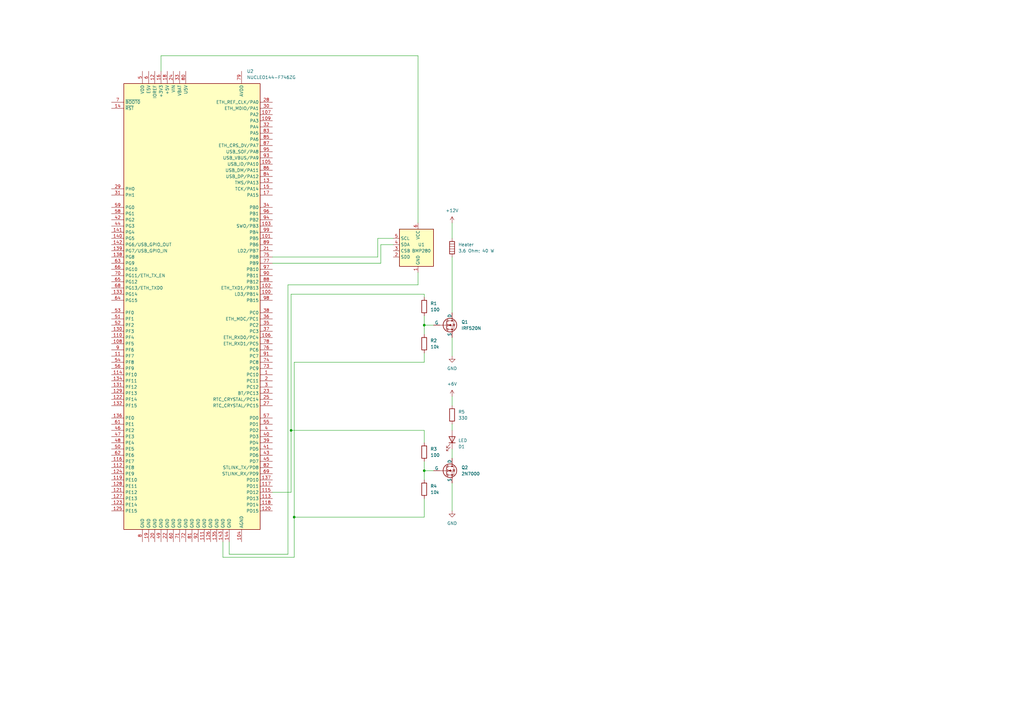
<source format=kicad_sch>
(kicad_sch (version 20230121) (generator eeschema)
  (paper "A3")
  (lib_symbols
    (symbol "Device:Heater" (pin_numbers hide) (pin_names (offset 0))
      (property "Reference" "R" (at 2.032 0 90))
      (property "Value" "Heater" (at -2.032 0 90))
      (symbol "Heater_0_1"
        (rectangle (start -1.016 -2.54) (end 1.016 2.54) (stroke (width 0.254)))
        (polyline (pts (xy -1.016 1.524) (xy 1.016 1.524)))
        (polyline (pts (xy 1.016 -1.524) (xy -1.016 -1.524)))
        (polyline (pts (xy 1.016 -0.508) (xy -1.016 -0.508)))
        (polyline (pts (xy 1.016 0.508) (xy -1.016 0.508)))
      )
      (symbol "Heater_1_1"
        (pin passive line (at 0 3.81 270) (length 1.27) (name "~") (number "1"))
        (pin passive line (at 0 -3.81 90) (length 1.27) (name "~") (number "2"))
      )
    )
    (symbol "Device:LED" (pin_numbers hide) (pin_names (offset 1.016) hide)
      (property "Reference" "D" (at 0 2.54 0))
      (property "Value" "LED" (at 0 -2.54 0))
      (symbol "LED_0_1"
        (polyline (pts (xy -1.27 -1.27) (xy -1.27 1.27)) (stroke (width 0.254)))
        (polyline (pts (xy -1.27 0) (xy 1.27 0)))
        (polyline (pts (xy 1.27 -1.27) (xy 1.27 1.27) (xy -1.27 0) (xy 1.27 -1.27)) (stroke (width 0.254)))
        (polyline (pts (xy -3.048 -0.762) (xy -4.572 -2.286) (xy -3.81 -2.286) (xy -4.572 -2.286) (xy -4.572 -1.524)))
        (polyline (pts (xy -1.778 -0.762) (xy -3.302 -2.286) (xy -2.54 -2.286) (xy -3.302 -2.286) (xy -3.302 -1.524)))
      )
      (symbol "LED_1_1"
        (pin passive line (at -3.81 0 0) (length 2.54) (name "K") (number "1"))
        (pin passive line (at 3.81 0 180) (length 2.54) (name "A") (number "2"))
      )
    )
    (symbol "Device:R" (pin_numbers hide) (pin_names (offset 0))
      (property "Reference" "R" (at 2.032 0 90))
      (property "Value" "R" (at 0 0 90))
      (symbol "R_0_1"
        (rectangle (start -1.016 -2.54) (end 1.016 2.54) (stroke (width 0.254)))
      )
      (symbol "R_1_1"
        (pin passive line (at 0 3.81 270) (length 1.27) (name "~") (number "1"))
        (pin passive line (at 0 -3.81 90) (length 1.27) (name "~") (number "2"))
      )
    )
    (symbol "MCU_Module:NUCLEO144-F746ZG"
      (property "Reference" "U" (at -22.86 94.615 0))
      (property "Value" "NUCLEO144-F746ZG" (at -22.86 92.71 0))
      (symbol "NUCLEO144-F746ZG_0_1"
        (rectangle (start -27.94 -91.44) (end 27.94 91.44) (stroke (width 0.254)) (fill (type background)))
      )
      (symbol "NUCLEO144-F746ZG_1_1"
        (pin bidirectional line (at 33.02 -27.94 180) (length 5.08) (name "PC10") (number "1"))
        (pin no_connect line (at -27.94 55.88 0) (length 5.08) hide (name "NC") (number "10"))
        (pin bidirectional line (at 33.02 5.08 180) (length 5.08) (name "LD3/PB14") (number "100"))
        (pin bidirectional line (at 33.02 27.94 180) (length 5.08) (name "PB5") (number "101"))
        (pin bidirectional line (at 33.02 7.62 180) (length 5.08) (name "ETH_TXD1/PB13") (number "102"))
        (pin bidirectional line (at 33.02 33.02 180) (length 5.08) (name "SWO/PB3") (number "103"))
        (pin power_in line (at 20.32 -96.52 90) (length 5.08) (name "AGND") (number "104"))
        (pin bidirectional line (at 33.02 58.42 180) (length 5.08) (name "USB_ID/PA10") (number "105"))
        (pin bidirectional line (at 33.02 -12.7 180) (length 5.08) (name "ETH_RXD0/PC4") (number "106"))
        (pin bidirectional line (at 33.02 78.74 180) (length 5.08) (name "PA2") (number "107"))
        (pin bidirectional line (at -33.02 -15.24 0) (length 5.08) (name "PF5") (number "108"))
        (pin bidirectional line (at 33.02 76.2 180) (length 5.08) (name "PA3") (number "109"))
        (pin bidirectional line (at -33.02 -20.32 0) (length 5.08) (name "PF7") (number "11"))
        (pin bidirectional line (at -33.02 -12.7 0) (length 5.08) (name "PF4") (number "110"))
        (pin power_in line (at 5.08 -96.52 90) (length 5.08) (name "GND") (number "111"))
        (pin bidirectional line (at -33.02 -66.04 0) (length 5.08) (name "PE8") (number "112"))
        (pin bidirectional line (at 33.02 -78.74 180) (length 5.08) (name "PD13") (number "113"))
        (pin bidirectional line (at -33.02 -27.94 0) (length 5.08) (name "PF10") (number "114"))
        (pin bidirectional line (at 33.02 -76.2 180) (length 5.08) (name "PD12") (number "115"))
        (pin bidirectional line (at -33.02 -63.5 0) (length 5.08) (name "PE7") (number "116"))
        (pin bidirectional line (at 33.02 -73.66 180) (length 5.08) (name "PD11") (number "117"))
        (pin bidirectional line (at 33.02 -81.28 180) (length 5.08) (name "PD14") (number "118"))
        (pin bidirectional line (at -33.02 -71.12 0) (length 5.08) (name "PE10") (number "119"))
        (pin power_in line (at -15.24 96.52 270) (length 5.08) (name "IOREF") (number "12"))
        (pin bidirectional line (at 33.02 -83.82 180) (length 5.08) (name "PD15") (number "120"))
        (pin bidirectional line (at -33.02 -76.2 0) (length 5.08) (name "PE12") (number "121"))
        (pin bidirectional line (at -33.02 -38.1 0) (length 5.08) (name "PF14") (number "122"))
        (pin bidirectional line (at -33.02 -81.28 0) (length 5.08) (name "PE14") (number "123"))
        (pin bidirectional line (at -33.02 -68.58 0) (length 5.08) (name "PE9") (number "124"))
        (pin bidirectional line (at -33.02 -83.82 0) (length 5.08) (name "PE15") (number "125"))
        (pin power_in line (at 7.62 -96.52 90) (length 5.08) (name "GND") (number "126"))
        (pin bidirectional line (at -33.02 -78.74 0) (length 5.08) (name "PE13") (number "127"))
        (pin bidirectional line (at -33.02 -73.66 0) (length 5.08) (name "PE11") (number "128"))
        (pin bidirectional line (at -33.02 -35.56 0) (length 5.08) (name "PF13") (number "129"))
        (pin bidirectional line (at 33.02 50.8 180) (length 5.08) (name "TMS/PA13") (number "13"))
        (pin bidirectional line (at -33.02 -10.16 0) (length 5.08) (name "PF3") (number "130"))
        (pin bidirectional line (at -33.02 -33.02 0) (length 5.08) (name "PF12") (number "131"))
        (pin bidirectional line (at -33.02 -40.64 0) (length 5.08) (name "PF15") (number "132"))
        (pin bidirectional line (at -33.02 5.08 0) (length 5.08) (name "PG14") (number "133"))
        (pin bidirectional line (at -33.02 -30.48 0) (length 5.08) (name "PF11") (number "134"))
        (pin power_in line (at 10.16 -96.52 90) (length 5.08) (name "GND") (number "135"))
        (pin bidirectional line (at -33.02 -45.72 0) (length 5.08) (name "PE0") (number "136"))
        (pin bidirectional line (at 33.02 -71.12 180) (length 5.08) (name "PD10") (number "137"))
        (pin bidirectional line (at -33.02 20.32 0) (length 5.08) (name "PG8") (number "138"))
        (pin bidirectional line (at -33.02 22.86 0) (length 5.08) (name "PG7/USB_GPIO_IN") (number "139"))
        (pin input line (at -33.02 81.28 0) (length 5.08) (name "~{RST}") (number "14"))
        (pin bidirectional line (at -33.02 27.94 0) (length 5.08) (name "PG5") (number "140"))
        (pin bidirectional line (at -33.02 30.48 0) (length 5.08) (name "PG4") (number "141"))
        (pin bidirectional line (at -33.02 25.4 0) (length 5.08) (name "PG6/USB_GPIO_OUT") (number "142"))
        (pin power_in line (at 12.7 -96.52 90) (length 5.08) (name "GND") (number "143"))
        (pin power_in line (at 15.24 -96.52 90) (length 5.08) (name "GND") (number "144"))
        (pin bidirectional line (at 33.02 48.26 180) (length 5.08) (name "TCK/PA14") (number "15"))
        (pin power_in line (at -12.7 96.52 270) (length 5.08) (name "+3V3") (number "16"))
        (pin bidirectional line (at 33.02 45.72 180) (length 5.08) (name "PA15") (number "17"))
        (pin power_in line (at -10.16 96.52 270) (length 5.08) (name "+5V") (number "18"))
        (pin power_in line (at -17.78 -96.52 90) (length 5.08) (name "GND") (number "19"))
        (pin bidirectional line (at 33.02 -30.48 180) (length 5.08) (name "PC11") (number "2"))
        (pin power_in line (at -15.24 -96.52 90) (length 5.08) (name "GND") (number "20"))
        (pin bidirectional line (at 33.02 22.86 180) (length 5.08) (name "LD2/PB7") (number "21"))
        (pin power_in line (at -10.16 -96.52 90) (length 5.08) (name "GND") (number "22"))
        (pin bidirectional line (at 33.02 -35.56 180) (length 5.08) (name "BT/PC13") (number "23"))
        (pin power_in line (at -7.62 96.52 270) (length 5.08) (name "VIN") (number "24"))
        (pin bidirectional line (at 33.02 -38.1 180) (length 5.08) (name "RTC_CRYSTAL/PC14") (number "25"))
        (pin no_connect line (at -27.94 58.42 0) (length 5.08) hide (name "NC") (number "26"))
        (pin bidirectional line (at 33.02 -40.64 180) (length 5.08) (name "RTC_CRYSTAL/PC15") (number "27"))
        (pin bidirectional line (at 33.02 83.82 180) (length 5.08) (name "ETH_REF_CLK/PA0") (number "28"))
        (pin bidirectional line (at -33.02 48.26 0) (length 5.08) (name "PH0") (number "29"))
        (pin bidirectional line (at 33.02 -33.02 180) (length 5.08) (name "PC12") (number "3"))
        (pin bidirectional line (at 33.02 81.28 180) (length 5.08) (name "ETH_MDIO/PA1") (number "30"))
        (pin bidirectional line (at -33.02 45.72 0) (length 5.08) (name "PH1") (number "31"))
        (pin bidirectional line (at 33.02 73.66 180) (length 5.08) (name "PA4") (number "32"))
        (pin power_in line (at -5.08 96.52 270) (length 5.08) (name "VBAT") (number "33"))
        (pin bidirectional line (at 33.02 40.64 180) (length 5.08) (name "PB0") (number "34"))
        (pin bidirectional line (at 33.02 -7.62 180) (length 5.08) (name "PC2") (number "35"))
        (pin bidirectional line (at 33.02 -5.08 180) (length 5.08) (name "ETH_MDC/PC1") (number "36"))
        (pin bidirectional line (at 33.02 -10.16 180) (length 5.08) (name "PC3") (number "37"))
        (pin bidirectional line (at 33.02 -2.54 180) (length 5.08) (name "PC0") (number "38"))
        (pin bidirectional line (at 33.02 -55.88 180) (length 5.08) (name "PD4") (number "39"))
        (pin bidirectional line (at 33.02 -50.8 180) (length 5.08) (name "PD2") (number "4"))
        (pin bidirectional line (at 33.02 -53.34 180) (length 5.08) (name "PD3") (number "40"))
        (pin bidirectional line (at 33.02 -58.42 180) (length 5.08) (name "PD5") (number "41"))
        (pin bidirectional line (at -33.02 35.56 0) (length 5.08) (name "PG2") (number "42"))
        (pin bidirectional line (at 33.02 -60.96 180) (length 5.08) (name "PD6") (number "43"))
        (pin bidirectional line (at -33.02 33.02 0) (length 5.08) (name "PG3") (number "44"))
        (pin bidirectional line (at 33.02 -63.5 180) (length 5.08) (name "PD7") (number "45"))
        (pin bidirectional line (at -33.02 -50.8 0) (length 5.08) (name "PE2") (number "46"))
        (pin bidirectional line (at -33.02 -53.34 0) (length 5.08) (name "PE3") (number "47"))
        (pin bidirectional line (at -33.02 -55.88 0) (length 5.08) (name "PE4") (number "48"))
        (pin power_in line (at -12.7 -96.52 90) (length 5.08) (name "GND") (number "49"))
        (pin power_in line (at -20.32 96.52 270) (length 5.08) (name "VDD") (number "5"))
        (pin bidirectional line (at -33.02 -58.42 0) (length 5.08) (name "PE5") (number "50"))
        (pin bidirectional line (at -33.02 -5.08 0) (length 5.08) (name "PF1") (number "51"))
        (pin bidirectional line (at -33.02 -7.62 0) (length 5.08) (name "PF2") (number "52"))
        (pin bidirectional line (at -33.02 -2.54 0) (length 5.08) (name "PF0") (number "53"))
        (pin bidirectional line (at -33.02 -22.86 0) (length 5.08) (name "PF8") (number "54"))
        (pin bidirectional line (at 33.02 -48.26 180) (length 5.08) (name "PD1") (number "55"))
        (pin bidirectional line (at -33.02 -25.4 0) (length 5.08) (name "PF9") (number "56"))
        (pin bidirectional line (at 33.02 -45.72 180) (length 5.08) (name "PD0") (number "57"))
        (pin bidirectional line (at -33.02 38.1 0) (length 5.08) (name "PG1") (number "58"))
        (pin bidirectional line (at -33.02 40.64 0) (length 5.08) (name "PG0") (number "59"))
        (pin power_in line (at -17.78 96.52 270) (length 5.08) (name "E5V") (number "6"))
        (pin power_in line (at -7.62 -96.52 90) (length 5.08) (name "GND") (number "60"))
        (pin bidirectional line (at -33.02 -48.26 0) (length 5.08) (name "PE1") (number "61"))
        (pin bidirectional line (at -33.02 -60.96 0) (length 5.08) (name "PE6") (number "62"))
        (pin bidirectional line (at -33.02 17.78 0) (length 5.08) (name "PG9") (number "63"))
        (pin bidirectional line (at -33.02 2.54 0) (length 5.08) (name "PG15") (number "64"))
        (pin bidirectional line (at -33.02 10.16 0) (length 5.08) (name "PG12") (number "65"))
        (pin bidirectional line (at -33.02 15.24 0) (length 5.08) (name "PG10") (number "66"))
        (pin no_connect line (at -27.94 53.34 0) (length 5.08) hide (name "NC") (number "67"))
        (pin bidirectional line (at -33.02 7.62 0) (length 5.08) (name "PG13/ETH_TXD0") (number "68"))
        (pin bidirectional line (at 33.02 -68.58 180) (length 5.08) (name "STLINK_RX/PD9") (number "69"))
        (pin input line (at -33.02 83.82 0) (length 5.08) (name "~{BOOT0}") (number "7"))
        (pin bidirectional line (at -33.02 12.7 0) (length 5.08) (name "PG11/ETH_TX_EN") (number "70"))
        (pin power_in line (at -5.08 -96.52 90) (length 5.08) (name "GND") (number "71"))
        (pin power_in line (at -2.54 -96.52 90) (length 5.08) (name "GND") (number "72"))
        (pin bidirectional line (at 33.02 -25.4 180) (length 5.08) (name "PC9") (number "73"))
        (pin bidirectional line (at 33.02 -22.86 180) (length 5.08) (name "PC8") (number "74"))
        (pin bidirectional line (at 33.02 20.32 180) (length 5.08) (name "PB8") (number "75"))
        (pin bidirectional line (at 33.02 -17.78 180) (length 5.08) (name "PC6") (number "76"))
        (pin bidirectional line (at 33.02 17.78 180) (length 5.08) (name "PB9") (number "77"))
        (pin bidirectional line (at 33.02 -15.24 180) (length 5.08) (name "ETH_RXD1/PC5") (number "78"))
        (pin power_in line (at 20.32 96.52 270) (length 5.08) (name "AVDD") (number "79"))
        (pin power_in line (at -20.32 -96.52 90) (length 5.08) (name "GND") (number "8"))
        (pin power_in line (at -2.54 96.52 270) (length 5.08) (name "U5V") (number "80"))
        (pin power_in line (at 0 -96.52 90) (length 5.08) (name "GND") (number "81"))
        (pin bidirectional line (at 33.02 -66.04 180) (length 5.08) (name "STLINK_TX/PD8") (number "82"))
        (pin bidirectional line (at 33.02 71.12 180) (length 5.08) (name "PA5") (number "83"))
        (pin bidirectional line (at 33.02 53.34 180) (length 5.08) (name "USB_DP/PA12") (number "84"))
        (pin bidirectional line (at 33.02 68.58 180) (length 5.08) (name "PA6") (number "85"))
        (pin bidirectional line (at 33.02 55.88 180) (length 5.08) (name "USB_DM/PA11") (number "86"))
        (pin bidirectional line (at 33.02 66.04 180) (length 5.08) (name "ETH_CRS_DV/PA7") (number "87"))
        (pin bidirectional line (at 33.02 10.16 180) (length 5.08) (name "PB12") (number "88"))
        (pin bidirectional line (at 33.02 25.4 180) (length 5.08) (name "PB6") (number "89"))
        (pin bidirectional line (at -33.02 -17.78 0) (length 5.08) (name "PF6") (number "9"))
        (pin bidirectional line (at 33.02 12.7 180) (length 5.08) (name "PB11") (number "90"))
        (pin bidirectional line (at 33.02 -20.32 180) (length 5.08) (name "PC7") (number "91"))
        (pin power_in line (at 2.54 -96.52 90) (length 5.08) (name "GND") (number "92"))
        (pin bidirectional line (at 33.02 60.96 180) (length 5.08) (name "USB_VBUS/PA9") (number "93"))
        (pin bidirectional line (at 33.02 35.56 180) (length 5.08) (name "PB2") (number "94"))
        (pin bidirectional line (at 33.02 63.5 180) (length 5.08) (name "USB_SOF/PA8") (number "95"))
        (pin bidirectional line (at 33.02 38.1 180) (length 5.08) (name "PB1") (number "96"))
        (pin bidirectional line (at 33.02 15.24 180) (length 5.08) (name "PB10") (number "97"))
        (pin bidirectional line (at 33.02 2.54 180) (length 5.08) (name "PB15") (number "98"))
        (pin bidirectional line (at 33.02 30.48 180) (length 5.08) (name "PB4") (number "99"))
      )
    )
    (symbol "Sensor_Pressure:BMP280"
      (property "Reference" "U1" (at 0 3.81 0))
      (property "Value" "BMP280" (at -2.54 1.27 0))
      (symbol "BMP280_0_1"
        (rectangle (start -7.62 10.16) (end 6.35 -5.08) (stroke (width 0.254)) (fill (type background)))
      )
      (symbol "BMP280_1_1"
        (pin power_in line (at 0 -7.62 90) (length 2.54) (name "GND") (number "1"))
        (pin input line (at -10.16 -1.27 0) (length 2.54) (name "SDD") (number "2"))
        (pin bidirectional line (at -10.16 1.27 0) (length 2.54) (name "CSB") (number "3"))
        (pin bidirectional line (at -10.16 3.81 0) (length 2.54) (name "SDA") (number "4"))
        (pin input line (at -10.16 6.35 0) (length 2.54) (name "SCL") (number "5"))
        (pin power_in line (at 0 12.7 270) (length 2.54) (name "VCC") (number "6"))
      )
    )
    (symbol "Simulation_SPICE:NMOS" (pin_numbers hide) (pin_names (offset 0))
      (property "Reference" "Q" (at 5.08 1.27 0))
      (property "Value" "NMOS" (at 5.08 -1.27 0))
      (symbol "NMOS_0_1"
        (polyline (pts (xy 0.254 0) (xy -2.54 0)))
        (polyline (pts (xy 0.254 1.905) (xy 0.254 -1.905)) (stroke (width 0.254)))
        (polyline (pts (xy 0.762 -1.27) (xy 0.762 -2.286)) (stroke (width 0.254)))
        (polyline (pts (xy 0.762 0.508) (xy 0.762 -0.508)) (stroke (width 0.254)))
        (polyline (pts (xy 0.762 2.286) (xy 0.762 1.27)) (stroke (width 0.254)))
        (polyline (pts (xy 2.54 2.54) (xy 2.54 1.778)))
        (polyline (pts (xy 2.54 -2.54) (xy 2.54 0) (xy 0.762 0)))
        (polyline (pts (xy 0.762 -1.778) (xy 3.302 -1.778) (xy 3.302 1.778) (xy 0.762 1.778)))
        (polyline (pts (xy 1.016 0) (xy 2.032 0.381) (xy 2.032 -0.381) (xy 1.016 0)) (fill (type outline)))
        (polyline (pts (xy 2.794 0.508) (xy 2.921 0.381) (xy 3.683 0.381) (xy 3.81 0.254)))
        (polyline (pts (xy 3.302 0.381) (xy 2.921 -0.254) (xy 3.683 -0.254) (xy 3.302 0.381)))
        (circle (center 1.651 0) (radius 2.794) (stroke (width 0.254)))
        (circle (center 2.54 -1.778) (radius 0.254) (fill (type outline)))
        (circle (center 2.54 1.778) (radius 0.254) (fill (type outline)))
      )
      (symbol "NMOS_1_1"
        (pin passive line (at 2.54 5.08 270) (length 2.54) (name "D") (number "1"))
        (pin input line (at -5.08 0 0) (length 2.54) (name "G") (number "2"))
        (pin passive line (at 2.54 -5.08 90) (length 2.54) (name "S") (number "3"))
      )
    )
    (symbol "power:+12V" (power) (pin_names (offset 0))
      (property "Value" "+12V" (at 0 3.556 0))
      (symbol "+12V_0_1"
        (polyline (pts (xy -0.762 1.27) (xy 0 2.54)))
        (polyline (pts (xy 0 0) (xy 0 2.54)))
        (polyline (pts (xy 0 2.54) (xy 0.762 1.27)))
      )
      (symbol "+12V_1_1"
        (pin power_in line (at 0 0 90) (length 0) hide (name "+12V") (number "1"))
      )
    )
    (symbol "power:+6V" (power) (pin_names (offset 0))
      (property "Value" "+6V" (at 0 3.556 0))
      (symbol "+6V_0_1"
        (polyline (pts (xy -0.762 1.27) (xy 0 2.54)))
        (polyline (pts (xy 0 0) (xy 0 2.54)))
        (polyline (pts (xy 0 2.54) (xy 0.762 1.27)))
      )
      (symbol "+6V_1_1"
        (pin power_in line (at 0 0 90) (length 0) hide (name "+6V") (number "1"))
      )
    )
    (symbol "power:GND" (power) (pin_names (offset 0))
      (property "Value" "GND" (at 0 -3.81 0))
      (symbol "GND_0_1"
        (polyline (pts (xy 0 0) (xy 0 -1.27) (xy 1.27 -1.27) (xy 0 -2.54) (xy -1.27 -1.27) (xy 0 -1.27)))
      )
      (symbol "GND_1_1"
        (pin power_in line (at 0 0 270) (length 0) hide (name "GND") (number "1"))
      )
    )
  )
  (junction (at 173.99 193.04))
  (junction (at 120.65 212.09))
  (junction (at 173.99 133.35))
  (junction (at 119.38 176.53))
  (wire (pts (xy 177.8 193.04) (xy 173.99 193.04)))
  (wire (pts (xy 185.42 91.44) (xy 185.42 97.79)))
  (wire (pts (xy 120.65 212.09) (xy 173.99 212.09)))
  (wire (pts (xy 119.38 176.53) (xy 119.38 201.93)))
  (wire (pts (xy 120.65 148.59) (xy 173.99 148.59)))
  (wire (pts (xy 173.99 121.92) (xy 173.99 120.65)))
  (wire (pts (xy 171.45 116.84) (xy 171.45 111.76)))
  (wire (pts (xy 171.45 22.86) (xy 171.45 91.44)))
  (wire (pts (xy 173.99 204.47) (xy 173.99 212.09)))
  (wire (pts (xy 91.44 228.6) (xy 120.65 228.6)))
  (wire (pts (xy 161.29 97.79) (xy 154.94 97.79)))
  (wire (pts (xy 173.99 148.59) (xy 173.99 144.78)))
  (wire (pts (xy 111.76 107.95) (xy 156.21 107.95)))
  (wire (pts (xy 119.38 176.53) (xy 173.99 176.53)))
  (wire (pts (xy 66.04 22.86) (xy 171.45 22.86)))
  (wire (pts (xy 91.44 222.25) (xy 91.44 228.6)))
  (wire (pts (xy 120.65 228.6) (xy 120.65 212.09)))
  (wire (pts (xy 111.76 105.41) (xy 154.94 105.41)))
  (wire (pts (xy 154.94 97.79) (xy 154.94 105.41)))
  (wire (pts (xy 173.99 193.04) (xy 173.99 196.85)))
  (wire (pts (xy 118.11 227.33) (xy 118.11 116.84)))
  (wire (pts (xy 185.42 138.43) (xy 185.42 146.05)))
  (wire (pts (xy 118.11 116.84) (xy 171.45 116.84)))
  (wire (pts (xy 66.04 29.21) (xy 66.04 22.86)))
  (wire (pts (xy 156.21 100.33) (xy 161.29 100.33)))
  (wire (pts (xy 93.98 227.33) (xy 118.11 227.33)))
  (wire (pts (xy 173.99 133.35) (xy 173.99 137.16)))
  (wire (pts (xy 185.42 184.15) (xy 185.42 187.96)))
  (wire (pts (xy 120.65 212.09) (xy 120.65 148.59)))
  (wire (pts (xy 173.99 193.04) (xy 173.99 189.23)))
  (wire (pts (xy 177.8 133.35) (xy 173.99 133.35)))
  (wire (pts (xy 185.42 198.12) (xy 185.42 209.55)))
  (wire (pts (xy 111.76 201.93) (xy 119.38 201.93)))
  (wire (pts (xy 156.21 107.95) (xy 156.21 100.33)))
  (wire (pts (xy 173.99 120.65) (xy 119.38 120.65)))
  (wire (pts (xy 173.99 176.53) (xy 173.99 181.61)))
  (wire (pts (xy 119.38 120.65) (xy 119.38 176.53)))
  (wire (pts (xy 185.42 105.41) (xy 185.42 128.27)))
  (wire (pts (xy 93.98 222.25) (xy 93.98 227.33)))
  (wire (pts (xy 185.42 173.99) (xy 185.42 176.53)))
  (wire (pts (xy 185.42 162.56) (xy 185.42 166.37)))
  (wire (pts (xy 173.99 133.35) (xy 173.99 129.54)))
  (symbol (lib_id "Device:Heater") (at 185.42 101.6 0) (unit 1)
    (property "Reference" "Heater" (at 187.96 100.33 0) (effects (justify left)))
    (property "Value" "3.6 Ohm; 40 W" (at 187.96 102.87 0) (effects (justify left)))
  )
  (symbol (lib_id "Sensor_Pressure:BMP280") (at 171.45 104.14 0) (unit 1)
    (property "Reference" "U1" (at 171.45 100.33 0) (effects (justify left)))
    (property "Value" "BMP280" (at 168.91 102.87 0) (effects (justify left)))
    (property "Footprint" "Package_LGA:Bosch_LGA-8_2x2.5mm_P0.65mm_ClockwisePinNumbering" (effects hide))
    (property "Datasheet" "https://ae-bst.resource.bosch.com/media/_tech/media/datasheets/BST-BMP280-DS001.pdf" (effects hide))
  )
  (symbol (lib_id "Device:R") (at 173.99 200.66 0) (unit 1)
    (property "Reference" "R4" (at 176.53 199.39 0) (effects (justify left)))
    (property "Value" "10k" (at 176.53 201.93 0) (effects (justify left)))
  )
  (symbol (lib_id "Device:R") (at 185.42 170.18 0) (unit 1)
    (property "Reference" "R5" (at 187.96 168.91 0) (effects (justify left)))
    (property "Value" "330" (at 187.96 171.45 0) (effects (justify left)))
  )
  (symbol (lib_id "Device:R") (at 173.99 125.73 0) (unit 1)
    (property "Reference" "R1" (at 176.53 124.46 0) (effects (justify left)))
    (property "Value" "100" (at 176.53 127 0) (effects (justify left)))
  )
  (symbol (lib_id "Device:R") (at 173.99 140.97 0) (unit 1)
    (property "Reference" "R2" (at 176.53 139.7 0) (effects (justify left)))
    (property "Value" "10k" (at 176.53 142.24 0) (effects (justify left)))
  )
  (symbol (lib_id "power:+6V") (at 185.42 162.56 0) (unit 1)
    (property "Reference" "#PWR04" (effects hide))
    (property "Value" "+6V" (at 185.42 157.48 0))
  )
  (symbol (lib_id "Device:LED") (at 185.42 180.34 270) (mirror x) (unit 1)
    (property "Reference" "D1" (at 187.96 183.1975 90) (effects (justify left)))
    (property "Value" "LED" (at 187.96 180.6575 90) (effects (justify left)))
  )
  (symbol (lib_id "MCU_Module:NUCLEO144-F746ZG") (at 78.74 125.73 0) (unit 1)
    (property "Reference" "U2" (at 101.2541 29.21 0) (effects (justify left)))
    (property "Value" "NUCLEO144-F746ZG" (at 101.2541 31.75 0) (effects (justify left)))
    (property "Footprint" "Module:ST_Morpho_Connector_144_STLink" (effects hide))
    (property "Datasheet" "https://www.st.com/resource/en/user_manual/dm00244518-stm32-nucleo144-boards-stmicroelectronics.pdf" (effects hide))
  )
  (symbol (lib_id "Device:R") (at 173.99 185.42 0) (unit 1)
    (property "Reference" "R3" (at 176.53 184.15 0) (effects (justify left)))
    (property "Value" "100" (at 176.53 186.69 0) (effects (justify left)))
  )
  (symbol (lib_id "power:GND") (at 185.42 146.05 0) (unit 1)
    (property "Reference" "#PWR02" (effects hide))
    (property "Value" "GND" (at 185.42 151.13 0))
  )
  (symbol (lib_id "Simulation_SPICE:NMOS") (at 182.88 193.04 0) (unit 1)
    (property "Reference" "Q2" (at 189.23 191.77 0) (effects (justify left)))
    (property "Value" "2N7000" (at 189.23 194.31 0) (effects (justify left)))
    (property "Datasheet" "https://ngspice.sourceforge.io/docs/ngspice-manual.pdf" (effects hide))
    (property "Sim.Device" "NMOS" (effects hide))
    (property "Sim.Type" "VDMOS" (effects hide))
    (property "Sim.Pins" "1=D 2=G 3=S" (effects hide))
  )
  (symbol (lib_id "power:GND") (at 185.42 209.55 0) (unit 1)
    (property "Reference" "#PWR03" (effects hide))
    (property "Value" "GND" (at 185.42 214.63 0))
  )
  (symbol (lib_id "power:+12V") (at 185.42 91.44 0) (unit 1)
    (property "Reference" "#PWR01" (effects hide))
    (property "Value" "+12V" (at 185.42 86.36 0))
  )
  (symbol (lib_id "Simulation_SPICE:NMOS") (at 182.88 133.35 0) (unit 1)
    (property "Reference" "Q1" (at 189.23 132.08 0) (effects (justify left)))
    (property "Value" "IRF520N" (at 189.23 134.62 0) (effects (justify left)))
    (property "Datasheet" "https://ngspice.sourceforge.io/docs/ngspice-manual.pdf" (effects hide))
    (property "Sim.Device" "NMOS" (effects hide))
    (property "Sim.Type" "VDMOS" (effects hide))
    (property "Sim.Pins" "1=D 2=G 3=S" (effects hide))
  )
)
</source>
